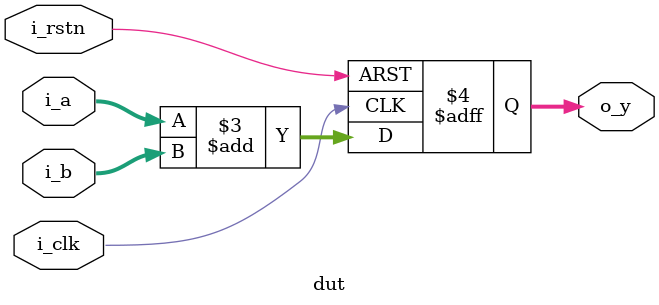
<source format=v>
module dut
#(	
	parameter	BW_DATA			= 4
)
(	
	output reg	[BW_DATA-1:0]	o_y,
	input		[BW_DATA-1:0]	i_a,
	input		[BW_DATA-1:0]	i_b,
	input						i_clk,
	input						i_rstn
);

	always @(posedge i_clk or negedge i_rstn) begin
		if(!i_rstn) begin
			o_y	<= 0;
		end else begin
			o_y	<= i_a + i_b;
		end
	end

endmodule

</source>
